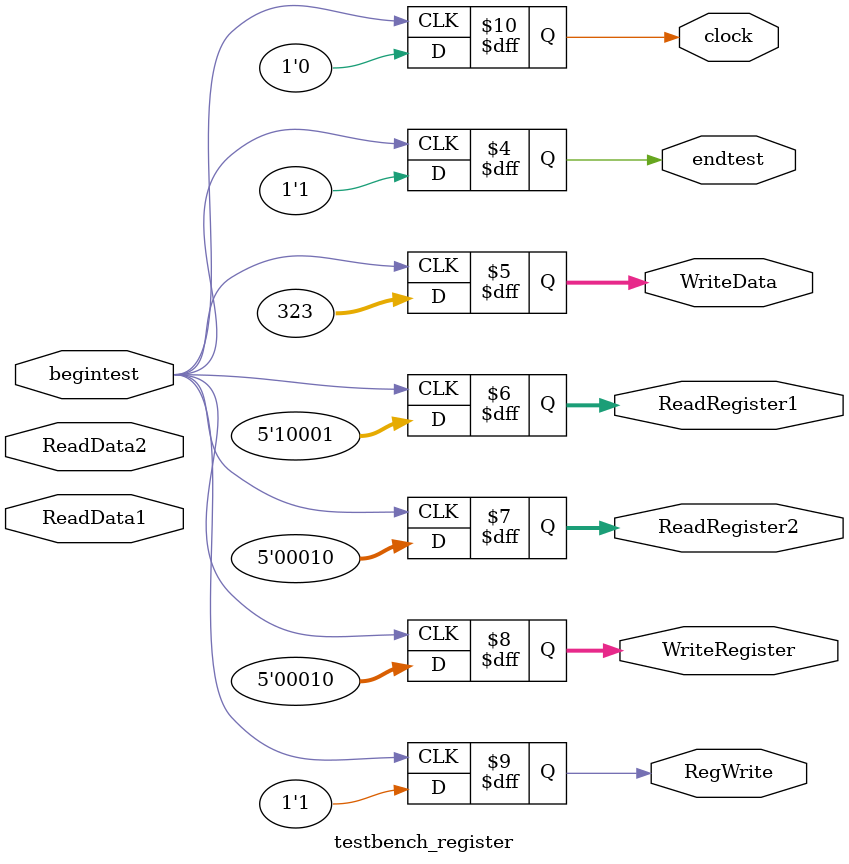
<source format=v>
/*
	Name: Mishal Shah - 16CO125,
		  Samyak Jain - 16CO254
	29th October
*/
`include "regfile.v"

module testbench;

  wire[31:0] ReadData1;	
  wire[31:0] ReadData2;	
  wire[31:0] WriteData;	
  wire[4:0]	ReadRegister1;	
  wire[4:0]	ReadRegister2;	
  wire[4:0]	WriteRegister;  
  wire RegWrite;	
  wire clock;		

  reg begintest;

	// DUT = Device Under Test
  regfile DUT
  (
    .ReadData1(ReadData1),
    .ReadData2(ReadData2),
    .WriteData(WriteData),
    .ReadRegister1(ReadRegister1),
    .ReadRegister2(ReadRegister2),
    .WriteRegister(WriteRegister),
    .RegWrite(RegWrite),
    .clock(clock)
  );

  testbench_register tester
  (
    .begintest(begintest),
    .endtest(endtest), 
    .ReadData1(ReadData1),
    .ReadData2(ReadData2),
    .WriteData(WriteData), 
    .ReadRegister1(ReadRegister1), 
    .ReadRegister2(ReadRegister2),
    .WriteRegister(WriteRegister),
    .RegWrite(RegWrite), 
    .clock(clock)
  );

  initial begin
    begintest=0;
    #10;
    begintest=1;
    #100;
  end
endmodule

module testbench_register
(
input begintest,
output reg endtest,

input[31:0]		ReadData1,
input[31:0]		ReadData2,
output reg[31:0]	WriteData,
output reg[4:0]		ReadRegister1,
output reg[4:0]		ReadRegister2,
output reg[4:0]		WriteRegister,
output reg		RegWrite,
output reg		clock
);

  initial
     begin
        $dumpfile("reg.vcd");
        $dumpvars(0,testbench_register);
	end
 
 // Initializing the register signals
 initial begin
    WriteData=32'd0;
    ReadRegister1=5'd0;
    ReadRegister2=5'd0;
    WriteRegister=5'd0;
    RegWrite=0;
    clock=0;
  end

  always @(posedge begintest) begin
    endtest = 0;
    #10
		//Test1: Write R2<=38
		  WriteRegister = 5'd2;
		  WriteData = 32'd38;
		  RegWrite = 1;
		  ReadRegister1 = 5'd2;
		  ReadRegister2 = 5'd2;
		  #5 clock=1; #5 clock=0;
			$display("Writing 38 to register2");
			$display("WriteRegister=%d , WriteData=%-3d , RegWrite=%b, ReadRegister1=%d, ReadRegister2=%-3d, ReadData1=%-3d ReadData2=%-3d\n",WriteRegister,WriteData,RegWrite,ReadRegister1,ReadRegister2,ReadData1,ReadData2);
		
		//Test2: Write R2<=15
		  WriteRegister = 5'd2;
		  WriteData = 32'd15;
		  RegWrite = 1;
		  ReadRegister1 = 5'd2;
		  ReadRegister2 = 5'd2;
		  #5 clock=1; #5 clock=0;
			$display("Writing 15 to register2");
			$display("WriteRegister=%d , WriteData=%-3d , RegWrite=%b, ReadRegister1=%d, ReadRegister2=%d, ReadData1=%-3d ReadData2=%-3d\n",WriteRegister,WriteData,RegWrite,ReadRegister1,ReadRegister2,ReadData1,ReadData2);
  
		//Test3: Write R3<=16, but RegWrite=0, so should not be written
		  WriteRegister = 5'd3;
		  WriteData = 32'd16;
		  RegWrite = 0;
		  ReadRegister1 = 5'd3;
		  ReadRegister2 = 5'd3;
		  #5 clock=1; #5 clock=0;
			$display("As RegWrite=0, no data should be written");
			$display("WriteRegister=%d , WriteData=%-3d , RegWrite=%b, ReadRegister1=%d, ReadRegister2=%d, ReadData1=%-2d ReadData2=%-3d\n",WriteRegister,WriteData,RegWrite,ReadRegister1,ReadRegister2,ReadData1,ReadData2);
		  
		//Test4: Write R4<=987
		  WriteRegister = 5'd4;
		  WriteData = 32'd987;
		  RegWrite = 1;
		  ReadRegister1 = 5'd8;
		  ReadRegister2 = 5'd31;
		  #5 clock=1; #5 clock=0;
			$display("Writing 987 to register4, ReadData from register8 and register31");
			$display("WriteRegister=%d , WriteData=%-3d , RegWrite=%b, ReadRegister1=%d, ReadRegister2=%d, ReadData1=%-3d ReadData2=%-3d\n",WriteRegister,WriteData,RegWrite,ReadRegister1,ReadRegister2,ReadData1,ReadData2);
		  
  
		//Test5: Try to write R0<=456 (Should not be written)
		  WriteRegister = 5'd0;
		  WriteData = 32'd456;
		  RegWrite = 1;
		  ReadRegister1 = 5'd0;
		  ReadRegister2 = 5'd0;
		  #5 clock=1; #5 clock=0;
			$display("Write 456 to Register0, should not be written");
			$display("WriteRegister=%d , WriteData=%-3d , RegWrite=%b, ReadRegister1=%d, ReadRegister2=%d, ReadData1=%-3d ReadData2=%-3d\n",WriteRegister,WriteData,RegWrite,ReadRegister1,ReadRegister2,ReadData1,ReadData2);
		 
		 //Test6: Write R17<=810 & R2<=323
		  WriteRegister = 5'd17;
		  WriteData = 32'd810;
		  RegWrite = 1;
		  #5 clock=1; #5 clock=0;
				
		  WriteRegister = 5'd2;
		  WriteData = 32'd323;
		  RegWrite = 1;
		  ReadRegister1 = 5'd17;
	      ReadRegister2 = 5'd2;
		  #5 clock=1; #5 clock=0;
			$display("Write 810 to Register17 and 323 to Register2");
			$display("WriteRegister=%d , WriteData=%-3d , RegWrite=%b, ReadRegister1=%d, ReadRegister2=%d, ReadData1=%-3d ReadData2=%-3d\n",WriteRegister,WriteData,RegWrite,ReadRegister1,ReadRegister2,ReadData1,ReadData2);
   
   #5
		endtest = 1;

end
endmodule
</source>
